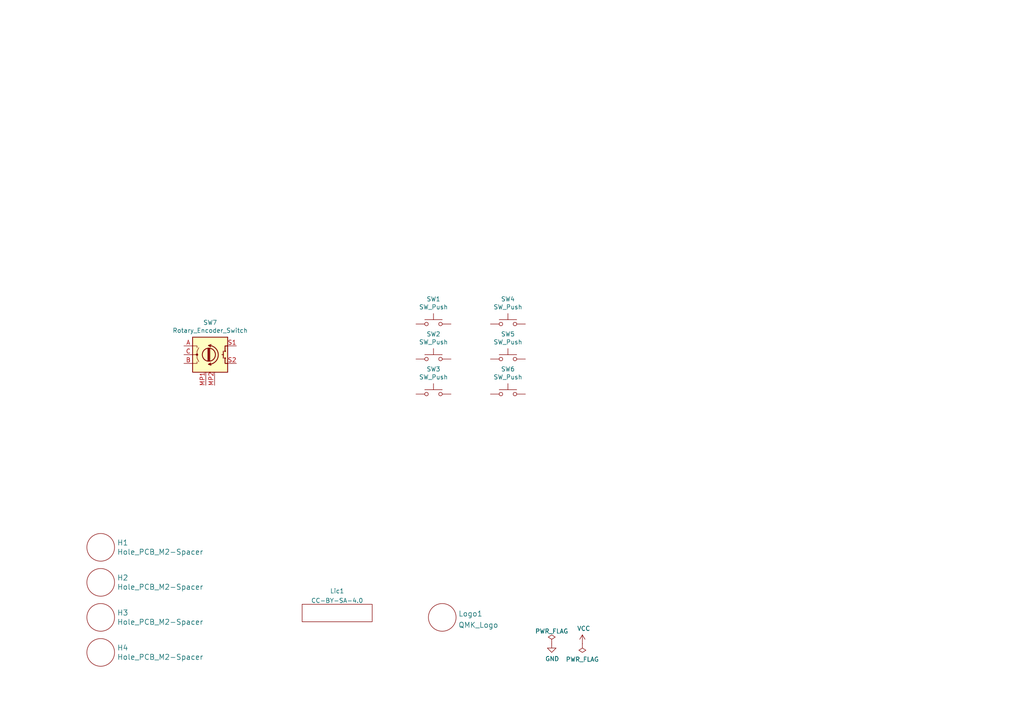
<source format=kicad_sch>
(kicad_sch (version 20211123) (generator eeschema)
  (paper "A4")
  (title_block (title "Little Big Scroll 6") (date "2022-01-28") (rev "v1.0") (company "Tweety's Wild Thinking") (comment 1 "Markus Knutsson <markus.knutsson@tweety.se>") (comment 2 "https://github.com/TweetyDaBird") (comment 3 "Licensed under Creative Commons BY-SA 4.0 International"))
  (lib_symbols
    (symbol "CC_Licensing:CC-BY-SA-4.0" (pin_names (offset 1.016))
      (property "Reference" "Lic" (at 0 1.27 0))
      (property "Value" "CC-BY-SA-4.0" (at 0 -1.27 0))
      (symbol "CC-BY-SA-4.0_0_1"
        (rectangle (start -10.16 2.54) (end 10.16 -2.54))
      )
    )
    (symbol "Keyboard Library:QMK_Logo" (pin_names (offset 1.016))
      (property "Reference" "Logo" (at 0 -1.27 0))
      (property "Value" "QMK_Logo" (at 0 1.27 0))
      (symbol "QMK_Logo_0_1"
        (circle (center 0 0) (radius 4.0132))
      )
    )
    (symbol "Keyboard_Library:Encoder_Switch_GND" (pin_names (offset 0.254) hide)
      (property "Reference" "SW" (at 0 6.604 0))
      (property "Value" "Encoder_Switch_GND" (at 0 8.89 0))
      (symbol "Encoder_Switch_GND_0_1"
        (rectangle (start -5.08 5.08) (end 5.08 -5.08) (stroke (width 0.254)) (fill (type background)))
        (circle (center -3.81 0) (radius 0.254) (fill (type outline)))
        (arc (start -0.381 -2.794) (mid 2.3622 -0.0635) (end -0.381 2.667) (stroke (width 0.254)))
        (circle (center -0.381 0) (radius 1.905) (stroke (width 0.254)))
        (polyline (pts (xy -0.635 -1.778) (xy -0.635 1.778)) (stroke (width 0.254)))
        (polyline (pts (xy -0.381 -1.778) (xy -0.381 1.778)) (stroke (width 0.254)))
        (polyline (pts (xy -0.127 1.778) (xy -0.127 -1.778)) (stroke (width 0.254)))
        (polyline (pts (xy 3.81 0) (xy 3.429 0)) (stroke (width 0.254)))
        (polyline (pts (xy 3.81 1.016) (xy 3.81 -1.016)) (stroke (width 0.254)))
        (polyline (pts (xy -5.08 -2.54) (xy -3.81 -2.54) (xy -3.81 -2.032)))
        (polyline (pts (xy -5.08 2.54) (xy -3.81 2.54) (xy -3.81 2.032)))
        (polyline (pts (xy 0.254 -3.048) (xy -0.508 -2.794) (xy 0.127 -2.413)) (stroke (width 0.254)))
        (polyline (pts (xy 0.254 2.921) (xy -0.508 2.667) (xy 0.127 2.286)) (stroke (width 0.254)))
        (polyline (pts (xy 5.08 -2.54) (xy 4.318 -2.54) (xy 4.318 -1.016)) (stroke (width 0.254)))
        (polyline (pts (xy 5.08 2.54) (xy 4.318 2.54) (xy 4.318 1.016)) (stroke (width 0.254)))
        (polyline (pts (xy -5.08 0) (xy -3.81 0) (xy -3.81 -1.016) (xy -3.302 -2.032)))
        (polyline (pts (xy -4.318 0) (xy -3.81 0) (xy -3.81 1.016) (xy -3.302 2.032)))
        (circle (center 4.318 -1.016) (radius 0.127) (stroke (width 0.254)))
        (circle (center 4.318 1.016) (radius 0.127) (stroke (width 0.254)))
      )
      (symbol "Encoder_Switch_GND_1_1"
        (pin passive line (at -7.62 2.54 0) (length 2.54) (name "A") (number "A"))
        (pin passive line (at -7.62 -2.54 0) (length 2.54) (name "B") (number "B"))
        (pin passive line (at -7.62 0 0) (length 2.54) (name "C") (number "C"))
        (pin power_in line (at -1.27 -8.89 90) (length 3.7084) (name "GND") (number "MP1"))
        (pin power_in line (at 1.27 -8.89 90) (length 3.7592) (name "GND") (number "MP2"))
        (pin passive line (at 7.62 2.54 180) (length 2.54) (name "S1") (number "S1"))
        (pin passive line (at 7.62 -2.54 180) (length 2.54) (name "S2") (number "S2"))
      )
    )
    (symbol "Keyboard_Library:Hole_PCB_M2-Spacer" (pin_names (offset 1.016))
      (property "Reference" "H" (at 0 -1.27 0))
      (property "Value" "Hole_PCB_M2-Spacer" (at 0 1.27 0))
      (symbol "Hole_PCB_M2-Spacer_0_1"
        (circle (center 0 0) (radius 4.0132))
      )
    )
    (symbol "Switch:SW_Push" (pin_numbers hide) (pin_names (offset 1.016) hide)
      (property "Reference" "SW" (at 1.27 2.54 0))
      (property "Value" "SW_Push" (at 0 -1.524 0))
      (symbol "SW_Push_0_1"
        (circle (center -2.032 0) (radius 0.508))
        (polyline (pts (xy 0 1.27) (xy 0 3.048)))
        (polyline (pts (xy 2.54 1.27) (xy -2.54 1.27)))
        (circle (center 2.032 0) (radius 0.508))
        (pin passive line (at -5.08 0 0) (length 2.54) (name "1") (number "1"))
        (pin passive line (at 5.08 0 180) (length 2.54) (name "2") (number "2"))
      )
    )
    (symbol "power:GND" (power) (pin_names (offset 0))
      (property "Value" "GND" (at 0 -3.81 0))
      (symbol "GND_0_1"
        (polyline (pts (xy 0 0) (xy 0 -1.27) (xy 1.27 -1.27) (xy 0 -2.54) (xy -1.27 -1.27) (xy 0 -1.27)))
      )
      (symbol "GND_1_1"
        (pin power_in line (at 0 0 270) (length 0) hide (name "GND") (number "1"))
      )
    )
    (symbol "power:PWR_FLAG" (power) (pin_numbers hide) (pin_names (offset 0) hide)
      (property "Value" "PWR_FLAG" (at 0 3.81 0))
      (symbol "PWR_FLAG_0_0"
        (pin power_out line (at 0 0 90) (length 0) (name "pwr") (number "1"))
      )
      (symbol "PWR_FLAG_0_1"
        (polyline (pts (xy 0 0) (xy 0 1.27) (xy -1.016 1.905) (xy 0 2.54) (xy 1.016 1.905) (xy 0 1.27)))
      )
    )
    (symbol "power:VCC" (power) (pin_names (offset 0))
      (property "Value" "VCC" (at 0 3.81 0))
      (symbol "VCC_0_1"
        (polyline (pts (xy -0.762 1.27) (xy 0 2.54)))
        (polyline (pts (xy 0 0) (xy 0 2.54)))
        (polyline (pts (xy 0 2.54) (xy 0.762 1.27)))
      )
      (symbol "VCC_1_1"
        (pin power_in line (at 0 0 90) (length 0) hide (name "VCC") (number "1"))
      )
    )
  )
  (symbol (lib_id "Switch:SW_Push") (at 125.73 93.98 0) (mirror y) (unit 1)
    (property "Reference" "SW1" (at 125.73 86.741 0))
    (property "Value" "SW_Push" (at 125.73 89.0524 0))
    (property "Footprint" "Tweety keyswitches:Cherry_MX_Plate_Placeholder" (effects hide))
  )
  (symbol (lib_id "Switch:SW_Push") (at 125.73 104.14 0) (mirror y) (unit 1)
    (property "Reference" "SW2" (at 125.73 96.901 0))
    (property "Value" "SW_Push" (at 125.73 99.2124 0))
    (property "Footprint" "Tweety keyswitches:Cherry_MX_Plate_Placeholder" (effects hide))
  )
  (symbol (lib_id "Switch:SW_Push") (at 125.73 114.3 0) (mirror y) (unit 1)
    (property "Reference" "SW3" (at 125.73 107.061 0))
    (property "Value" "SW_Push" (at 125.73 109.3724 0))
    (property "Footprint" "Tweety keyswitches:Cherry_MX_Plate_Placeholder" (effects hide))
  )
  (symbol (lib_id "Switch:SW_Push") (at 147.32 93.98 0) (mirror y) (unit 1)
    (property "Reference" "SW4" (at 147.32 86.741 0))
    (property "Value" "SW_Push" (at 147.32 89.0524 0))
    (property "Footprint" "Tweety keyswitches:Cherry_MX_Plate_Placeholder" (effects hide))
  )
  (symbol (lib_id "Switch:SW_Push") (at 147.32 104.14 0) (mirror y) (unit 1)
    (property "Reference" "SW5" (at 147.32 96.901 0))
    (property "Value" "SW_Push" (at 147.32 99.2124 0))
    (property "Footprint" "Tweety keyswitches:Cherry_MX_Plate_Placeholder" (effects hide))
  )
  (symbol (lib_id "Switch:SW_Push") (at 147.32 114.3 0) (mirror y) (unit 1)
    (property "Reference" "SW6" (at 147.32 107.061 0))
    (property "Value" "SW_Push" (at 147.32 109.3724 0))
    (property "Footprint" "Tweety keyswitches:Cherry_MX_Plate_Placeholder" (effects hide))
  )
  (symbol (lib_id "Keyboard_Library:Encoder_Switch_GND") (at 60.96 102.87 0) (unit 1)
    (property "Reference" "SW7" (at 60.96 93.5482 0))
    (property "Value" "Rotary_Encoder_Switch" (at 60.96 95.8596 0))
    (property "Footprint" "Tweety keyswitches:Plate_Encoder" (effects hide))
  )
  (symbol (lib_id "Keyboard_Library:Hole_PCB_M2-Spacer") (at 29.21 189.23 0) (unit 1)
    (property "Reference" "H4" (at 33.9344 187.8838 0) (effects (font (size 1.524 1.524)) (justify left)))
    (property "Value" "Hole_PCB_M2-Spacer" (at 33.9344 190.5762 0) (effects (font (size 1.524 1.524)) (justify left)))
    (property "Footprint" "Tweety keyswitches:Plate_Hole" (effects hide))
  )
  (symbol (lib_id "Keyboard_Library:Hole_PCB_M2-Spacer") (at 29.21 168.91 0) (unit 1)
    (property "Reference" "H2" (at 33.9344 167.5638 0) (effects (font (size 1.524 1.524)) (justify left)))
    (property "Value" "Hole_PCB_M2-Spacer" (at 33.9344 170.2562 0) (effects (font (size 1.524 1.524)) (justify left)))
    (property "Footprint" "Tweety keyswitches:Plate_Hole" (effects hide))
  )
  (symbol (lib_id "Keyboard_Library:Hole_PCB_M2-Spacer") (at 29.21 158.75 0) (unit 1)
    (property "Reference" "H1" (at 33.9344 157.4038 0) (effects (font (size 1.524 1.524)) (justify left)))
    (property "Value" "Hole_PCB_M2-Spacer" (at 33.9344 160.0962 0) (effects (font (size 1.524 1.524)) (justify left)))
    (property "Footprint" "Tweety keyswitches:Plate_Hole" (effects hide))
  )
  (symbol (lib_id "Keyboard_Library:Hole_PCB_M2-Spacer") (at 29.21 179.07 0) (unit 1)
    (property "Reference" "H3" (at 33.9344 177.7238 0) (effects (font (size 1.524 1.524)) (justify left)))
    (property "Value" "Hole_PCB_M2-Spacer" (at 33.9344 180.4162 0) (effects (font (size 1.524 1.524)) (justify left)))
    (property "Footprint" "Tweety keyswitches:Plate_Hole" (effects hide))
  )
  (symbol (lib_id "CC_Licensing:CC-BY-SA-4.0") (at 97.79 177.8 0) (unit 1)
    (property "Reference" "Lic1" (at 97.79 171.4205 0))
    (property "Value" "CC-BY-SA-4.0" (at 97.79 174.1956 0))
    (property "Footprint" "CC_Licensing:CC_BY_SA_40" (effects hide))
  )
  (symbol (lib_id "Keyboard Library:QMK_Logo") (at 128.27 179.07 0) (unit 1)
    (property "Reference" "Logo1" (at 132.9182 178.0053 0) (effects (font (size 1.524 1.524)) (justify left)))
    (property "Value" "QMK_Logo" (at 132.9182 181.2843 0) (effects (font (size 1.524 1.524)) (justify left)))
    (property "Footprint" "QMK Logo:Powered_by_QMK" (effects hide))
  )
  (symbol (lib_id "power:GND") (at 160.02 186.69 0) (unit 1)
    (property "Reference" "#PWR0110" (effects hide))
    (property "Value" "GND" (at 160.147 191.0842 0))
  )
  (symbol (lib_id "power:VCC") (at 168.91 186.69 0) (unit 1)
    (property "Reference" "#PWR0109" (effects hide))
    (property "Value" "VCC" (at 169.291 182.2958 0))
  )
  (symbol (lib_id "power:PWR_FLAG") (at 168.91 186.69 180) (unit 1)
    (property "Reference" "#FLG0101" (effects hide))
    (property "Value" "PWR_FLAG" (at 168.91 191.2525 0))
  )
  (symbol (lib_id "power:PWR_FLAG") (at 160.02 186.69 0) (unit 1)
    (property "Reference" "#FLG0102" (effects hide))
    (property "Value" "PWR_FLAG" (at 160.02 183.0855 0))
  )
)
</source>
